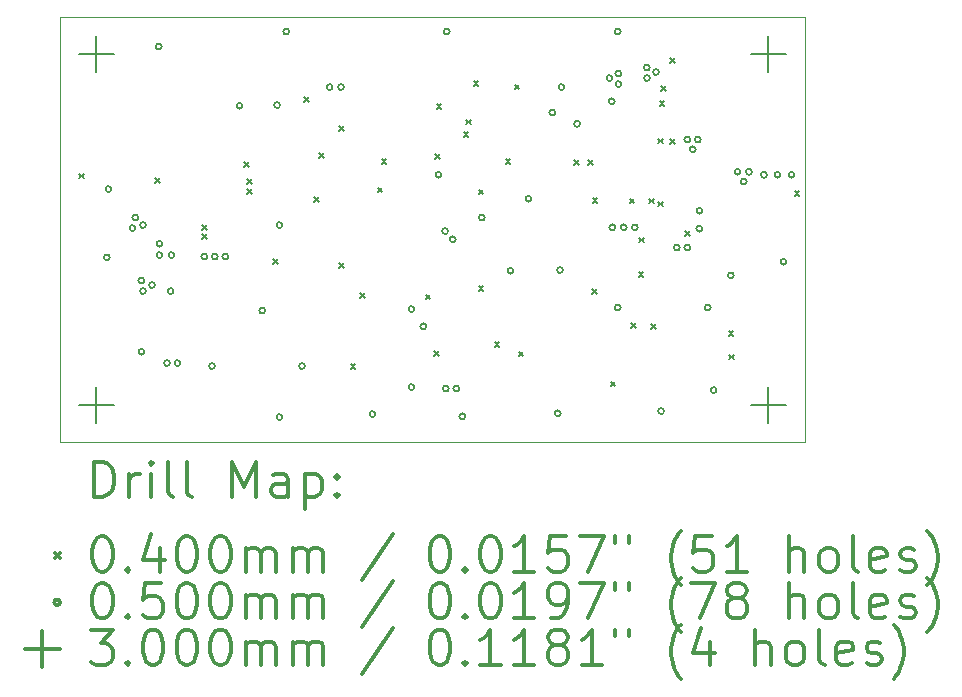
<source format=gbr>
%FSLAX45Y45*%
G04 Gerber Fmt 4.5, Leading zero omitted, Abs format (unit mm)*
G04 Created by KiCad (PCBNEW 5.1.10-88a1d61d58~88~ubuntu18.04.1) date 2021-10-01 18:12:47*
%MOMM*%
%LPD*%
G01*
G04 APERTURE LIST*
%TA.AperFunction,Profile*%
%ADD10C,0.050000*%
%TD*%
%ADD11C,0.200000*%
%ADD12C,0.300000*%
G04 APERTURE END LIST*
D10*
X11557310Y-12300360D02*
X17863510Y-12300360D01*
X17863510Y-12300360D02*
X17863510Y-8700360D01*
X17863510Y-8700360D02*
X11557310Y-8700360D01*
X11557310Y-8700360D02*
X11557310Y-12300360D01*
D11*
X11716070Y-10029510D02*
X11756070Y-10069510D01*
X11756070Y-10029510D02*
X11716070Y-10069510D01*
X12361230Y-10070150D02*
X12401230Y-10110150D01*
X12401230Y-10070150D02*
X12361230Y-10110150D01*
X12756200Y-10463850D02*
X12796200Y-10503850D01*
X12796200Y-10463850D02*
X12756200Y-10503850D01*
X12756200Y-10538780D02*
X12796200Y-10578780D01*
X12796200Y-10538780D02*
X12756200Y-10578780D01*
X13111800Y-9930450D02*
X13151800Y-9970450D01*
X13151800Y-9930450D02*
X13111800Y-9970450D01*
X13137200Y-10076500D02*
X13177200Y-10116500D01*
X13177200Y-10076500D02*
X13137200Y-10116500D01*
X13137200Y-10159050D02*
X13177200Y-10199050D01*
X13177200Y-10159050D02*
X13137200Y-10199050D01*
X13356910Y-10755950D02*
X13396910Y-10795950D01*
X13396910Y-10755950D02*
X13356910Y-10795950D01*
X13619800Y-9384350D02*
X13659800Y-9424350D01*
X13659800Y-9384350D02*
X13619800Y-9424350D01*
X13707430Y-10227630D02*
X13747430Y-10267630D01*
X13747430Y-10227630D02*
X13707430Y-10267630D01*
X13750610Y-9855520D02*
X13790610Y-9895520D01*
X13790610Y-9855520D02*
X13750610Y-9895520D01*
X13918250Y-9625650D02*
X13958250Y-9665650D01*
X13958250Y-9625650D02*
X13918250Y-9665650D01*
X13918250Y-10787700D02*
X13958250Y-10827700D01*
X13958250Y-10787700D02*
X13918250Y-10827700D01*
X14013500Y-11643680D02*
X14053500Y-11683680D01*
X14053500Y-11643680D02*
X14013500Y-11683680D01*
X14096050Y-11042970D02*
X14136050Y-11082970D01*
X14136050Y-11042970D02*
X14096050Y-11082970D01*
X14242100Y-10148636D02*
X14282100Y-10188636D01*
X14282100Y-10148636D02*
X14242100Y-10188636D01*
X14277660Y-9907590D02*
X14317660Y-9947590D01*
X14317660Y-9907590D02*
X14277660Y-9947590D01*
X14648500Y-11054400D02*
X14688500Y-11094400D01*
X14688500Y-11054400D02*
X14648500Y-11094400D01*
X14722160Y-11531920D02*
X14762160Y-11571920D01*
X14762160Y-11531920D02*
X14722160Y-11571920D01*
X14731558Y-9865680D02*
X14771558Y-9905680D01*
X14771558Y-9865680D02*
X14731558Y-9905680D01*
X14743750Y-9441500D02*
X14783750Y-9481500D01*
X14783750Y-9441500D02*
X14743750Y-9481500D01*
X14970780Y-9676450D02*
X15010780Y-9716450D01*
X15010780Y-9676450D02*
X14970780Y-9716450D01*
X14993432Y-9572056D02*
X15033432Y-9612056D01*
X15033432Y-9572056D02*
X14993432Y-9612056D01*
X15054900Y-9244650D02*
X15094900Y-9284650D01*
X15094900Y-9244650D02*
X15054900Y-9284650D01*
X15099350Y-10165400D02*
X15139350Y-10205400D01*
X15139350Y-10165400D02*
X15099350Y-10205400D01*
X15099350Y-10984550D02*
X15139350Y-11024550D01*
X15139350Y-10984550D02*
X15099350Y-11024550D01*
X15232700Y-11454450D02*
X15272700Y-11494450D01*
X15272700Y-11454450D02*
X15232700Y-11494450D01*
X15327950Y-9905050D02*
X15367950Y-9945050D01*
X15367950Y-9905050D02*
X15327950Y-9945050D01*
X15404150Y-9276400D02*
X15444150Y-9316400D01*
X15444150Y-9276400D02*
X15404150Y-9316400D01*
X15435900Y-11537000D02*
X15475900Y-11577000D01*
X15475900Y-11537000D02*
X15435900Y-11577000D01*
X15909610Y-9917750D02*
X15949610Y-9957750D01*
X15949610Y-9917750D02*
X15909610Y-9957750D01*
X16026450Y-9917750D02*
X16066450Y-9957750D01*
X16066450Y-9917750D02*
X16026450Y-9957750D01*
X16058200Y-11009950D02*
X16098200Y-11049950D01*
X16098200Y-11009950D02*
X16058200Y-11049950D01*
X16064296Y-10239568D02*
X16104296Y-10279568D01*
X16104296Y-10239568D02*
X16064296Y-10279568D01*
X16216950Y-11791000D02*
X16256950Y-11831000D01*
X16256950Y-11791000D02*
X16216950Y-11831000D01*
X16376716Y-10241600D02*
X16416716Y-10281600D01*
X16416716Y-10241600D02*
X16376716Y-10281600D01*
X16388400Y-11295700D02*
X16428400Y-11335700D01*
X16428400Y-11295700D02*
X16388400Y-11335700D01*
X16451900Y-10863900D02*
X16491900Y-10903900D01*
X16491900Y-10863900D02*
X16451900Y-10903900D01*
X16458250Y-10571800D02*
X16498250Y-10611800D01*
X16498250Y-10571800D02*
X16458250Y-10611800D01*
X16541816Y-10240584D02*
X16581816Y-10280584D01*
X16581816Y-10240584D02*
X16541816Y-10280584D01*
X16559850Y-11302050D02*
X16599850Y-11342050D01*
X16599850Y-11302050D02*
X16559850Y-11342050D01*
X16615476Y-10266492D02*
X16655476Y-10306492D01*
X16655476Y-10266492D02*
X16615476Y-10306492D01*
X16616492Y-9732076D02*
X16656492Y-9772076D01*
X16656492Y-9732076D02*
X16616492Y-9772076D01*
X16629700Y-9416100D02*
X16669700Y-9456100D01*
X16669700Y-9416100D02*
X16629700Y-9456100D01*
X16642400Y-9289100D02*
X16682400Y-9329100D01*
X16682400Y-9289100D02*
X16642400Y-9329100D01*
X16718600Y-9739950D02*
X16758600Y-9779950D01*
X16758600Y-9739950D02*
X16718600Y-9779950D01*
X16719870Y-9049070D02*
X16759870Y-9089070D01*
X16759870Y-9049070D02*
X16719870Y-9089070D01*
X16845600Y-10514650D02*
X16885600Y-10554650D01*
X16885600Y-10514650D02*
X16845600Y-10554650D01*
X17213900Y-11365550D02*
X17253900Y-11405550D01*
X17253900Y-11365550D02*
X17213900Y-11405550D01*
X17220250Y-11562400D02*
X17260250Y-11602400D01*
X17260250Y-11562400D02*
X17220250Y-11602400D01*
X17773208Y-10174544D02*
X17813208Y-10214544D01*
X17813208Y-10174544D02*
X17773208Y-10214544D01*
X11975700Y-10737850D02*
G75*
G03*
X11975700Y-10737850I-25000J0D01*
G01*
X11988400Y-10160000D02*
G75*
G03*
X11988400Y-10160000I-25000J0D01*
G01*
X12191600Y-10490200D02*
G75*
G03*
X12191600Y-10490200I-25000J0D01*
G01*
X12217000Y-10401300D02*
G75*
G03*
X12217000Y-10401300I-25000J0D01*
G01*
X12267800Y-10934500D02*
G75*
G03*
X12267800Y-10934500I-25000J0D01*
G01*
X12267800Y-11537950D02*
G75*
G03*
X12267800Y-11537950I-25000J0D01*
G01*
X12280500Y-10464800D02*
G75*
G03*
X12280500Y-10464800I-25000J0D01*
G01*
X12280500Y-11023600D02*
G75*
G03*
X12280500Y-11023600I-25000J0D01*
G01*
X12356700Y-10972800D02*
G75*
G03*
X12356700Y-10972800I-25000J0D01*
G01*
X12413850Y-8953500D02*
G75*
G03*
X12413850Y-8953500I-25000J0D01*
G01*
X12420200Y-10623550D02*
G75*
G03*
X12420200Y-10623550I-25000J0D01*
G01*
X12420200Y-10718800D02*
G75*
G03*
X12420200Y-10718800I-25000J0D01*
G01*
X12483700Y-11633200D02*
G75*
G03*
X12483700Y-11633200I-25000J0D01*
G01*
X12515450Y-11023600D02*
G75*
G03*
X12515450Y-11023600I-25000J0D01*
G01*
X12521800Y-10718800D02*
G75*
G03*
X12521800Y-10718800I-25000J0D01*
G01*
X12572600Y-11633200D02*
G75*
G03*
X12572600Y-11633200I-25000J0D01*
G01*
X12801200Y-10731500D02*
G75*
G03*
X12801200Y-10731500I-25000J0D01*
G01*
X12864700Y-11658600D02*
G75*
G03*
X12864700Y-11658600I-25000J0D01*
G01*
X12890100Y-10731500D02*
G75*
G03*
X12890100Y-10731500I-25000J0D01*
G01*
X12979000Y-10731500D02*
G75*
G03*
X12979000Y-10731500I-25000J0D01*
G01*
X13099650Y-9455150D02*
G75*
G03*
X13099650Y-9455150I-25000J0D01*
G01*
X13290150Y-11188700D02*
G75*
G03*
X13290150Y-11188700I-25000J0D01*
G01*
X13417150Y-9448800D02*
G75*
G03*
X13417150Y-9448800I-25000J0D01*
G01*
X13436200Y-10464800D02*
G75*
G03*
X13436200Y-10464800I-25000J0D01*
G01*
X13436200Y-12090400D02*
G75*
G03*
X13436200Y-12090400I-25000J0D01*
G01*
X13493350Y-8826500D02*
G75*
G03*
X13493350Y-8826500I-25000J0D01*
G01*
X13626700Y-11658600D02*
G75*
G03*
X13626700Y-11658600I-25000J0D01*
G01*
X13861650Y-9296400D02*
G75*
G03*
X13861650Y-9296400I-25000J0D01*
G01*
X13956900Y-9296400D02*
G75*
G03*
X13956900Y-9296400I-25000J0D01*
G01*
X14223600Y-12065000D02*
G75*
G03*
X14223600Y-12065000I-25000J0D01*
G01*
X14553800Y-11176000D02*
G75*
G03*
X14553800Y-11176000I-25000J0D01*
G01*
X14553800Y-11836400D02*
G75*
G03*
X14553800Y-11836400I-25000J0D01*
G01*
X14655400Y-11322050D02*
G75*
G03*
X14655400Y-11322050I-25000J0D01*
G01*
X14782400Y-10039350D02*
G75*
G03*
X14782400Y-10039350I-25000J0D01*
G01*
X14839550Y-10515600D02*
G75*
G03*
X14839550Y-10515600I-25000J0D01*
G01*
X14845900Y-11849100D02*
G75*
G03*
X14845900Y-11849100I-25000J0D01*
G01*
X14852250Y-8826500D02*
G75*
G03*
X14852250Y-8826500I-25000J0D01*
G01*
X14903050Y-10585450D02*
G75*
G03*
X14903050Y-10585450I-25000J0D01*
G01*
X14934800Y-11849100D02*
G75*
G03*
X14934800Y-11849100I-25000J0D01*
G01*
X14985600Y-12084050D02*
G75*
G03*
X14985600Y-12084050I-25000J0D01*
G01*
X15150700Y-10401300D02*
G75*
G03*
X15150700Y-10401300I-25000J0D01*
G01*
X15392000Y-10852150D02*
G75*
G03*
X15392000Y-10852150I-25000J0D01*
G01*
X15544400Y-10242550D02*
G75*
G03*
X15544400Y-10242550I-25000J0D01*
G01*
X15747600Y-9512300D02*
G75*
G03*
X15747600Y-9512300I-25000J0D01*
G01*
X15792050Y-12058650D02*
G75*
G03*
X15792050Y-12058650I-25000J0D01*
G01*
X15811100Y-10845800D02*
G75*
G03*
X15811100Y-10845800I-25000J0D01*
G01*
X15823800Y-9296400D02*
G75*
G03*
X15823800Y-9296400I-25000J0D01*
G01*
X15957150Y-9607550D02*
G75*
G03*
X15957150Y-9607550I-25000J0D01*
G01*
X16230200Y-9220200D02*
G75*
G03*
X16230200Y-9220200I-25000J0D01*
G01*
X16249250Y-9417050D02*
G75*
G03*
X16249250Y-9417050I-25000J0D01*
G01*
X16255600Y-10483850D02*
G75*
G03*
X16255600Y-10483850I-25000J0D01*
G01*
X16300050Y-8826500D02*
G75*
G03*
X16300050Y-8826500I-25000J0D01*
G01*
X16300050Y-11163300D02*
G75*
G03*
X16300050Y-11163300I-25000J0D01*
G01*
X16306400Y-9182100D02*
G75*
G03*
X16306400Y-9182100I-25000J0D01*
G01*
X16306400Y-9271000D02*
G75*
G03*
X16306400Y-9271000I-25000J0D01*
G01*
X16350850Y-10483850D02*
G75*
G03*
X16350850Y-10483850I-25000J0D01*
G01*
X16446100Y-10483850D02*
G75*
G03*
X16446100Y-10483850I-25000J0D01*
G01*
X16547700Y-9131300D02*
G75*
G03*
X16547700Y-9131300I-25000J0D01*
G01*
X16547700Y-9220200D02*
G75*
G03*
X16547700Y-9220200I-25000J0D01*
G01*
X16623900Y-9169400D02*
G75*
G03*
X16623900Y-9169400I-25000J0D01*
G01*
X16668350Y-12039600D02*
G75*
G03*
X16668350Y-12039600I-25000J0D01*
G01*
X16801700Y-10655300D02*
G75*
G03*
X16801700Y-10655300I-25000J0D01*
G01*
X16890600Y-9740900D02*
G75*
G03*
X16890600Y-9740900I-25000J0D01*
G01*
X16890600Y-10655300D02*
G75*
G03*
X16890600Y-10655300I-25000J0D01*
G01*
X16935050Y-9823450D02*
G75*
G03*
X16935050Y-9823450I-25000J0D01*
G01*
X16979500Y-9740900D02*
G75*
G03*
X16979500Y-9740900I-25000J0D01*
G01*
X16992200Y-10344150D02*
G75*
G03*
X16992200Y-10344150I-25000J0D01*
G01*
X16992200Y-10495280D02*
G75*
G03*
X16992200Y-10495280I-25000J0D01*
G01*
X17062050Y-11163300D02*
G75*
G03*
X17062050Y-11163300I-25000J0D01*
G01*
X17112850Y-11861800D02*
G75*
G03*
X17112850Y-11861800I-25000J0D01*
G01*
X17258900Y-10890250D02*
G75*
G03*
X17258900Y-10890250I-25000J0D01*
G01*
X17316050Y-10013950D02*
G75*
G03*
X17316050Y-10013950I-25000J0D01*
G01*
X17366850Y-10096500D02*
G75*
G03*
X17366850Y-10096500I-25000J0D01*
G01*
X17411300Y-10013950D02*
G75*
G03*
X17411300Y-10013950I-25000J0D01*
G01*
X17538300Y-10039350D02*
G75*
G03*
X17538300Y-10039350I-25000J0D01*
G01*
X17652600Y-10039350D02*
G75*
G03*
X17652600Y-10039350I-25000J0D01*
G01*
X17703400Y-10775950D02*
G75*
G03*
X17703400Y-10775950I-25000J0D01*
G01*
X17773250Y-10039350D02*
G75*
G03*
X17773250Y-10039350I-25000J0D01*
G01*
X11861800Y-8867000D02*
X11861800Y-9167000D01*
X11711800Y-9017000D02*
X12011800Y-9017000D01*
X11861800Y-11838800D02*
X11861800Y-12138800D01*
X11711800Y-11988800D02*
X12011800Y-11988800D01*
X17551400Y-8867000D02*
X17551400Y-9167000D01*
X17401400Y-9017000D02*
X17701400Y-9017000D01*
X17551400Y-11838800D02*
X17551400Y-12138800D01*
X17401400Y-11988800D02*
X17701400Y-11988800D01*
D12*
X11841238Y-12768574D02*
X11841238Y-12468574D01*
X11912667Y-12468574D01*
X11955524Y-12482860D01*
X11984096Y-12511431D01*
X11998381Y-12540003D01*
X12012667Y-12597146D01*
X12012667Y-12640003D01*
X11998381Y-12697146D01*
X11984096Y-12725717D01*
X11955524Y-12754289D01*
X11912667Y-12768574D01*
X11841238Y-12768574D01*
X12141238Y-12768574D02*
X12141238Y-12568574D01*
X12141238Y-12625717D02*
X12155524Y-12597146D01*
X12169810Y-12582860D01*
X12198381Y-12568574D01*
X12226953Y-12568574D01*
X12326953Y-12768574D02*
X12326953Y-12568574D01*
X12326953Y-12468574D02*
X12312667Y-12482860D01*
X12326953Y-12497146D01*
X12341238Y-12482860D01*
X12326953Y-12468574D01*
X12326953Y-12497146D01*
X12512667Y-12768574D02*
X12484096Y-12754289D01*
X12469810Y-12725717D01*
X12469810Y-12468574D01*
X12669810Y-12768574D02*
X12641238Y-12754289D01*
X12626953Y-12725717D01*
X12626953Y-12468574D01*
X13012667Y-12768574D02*
X13012667Y-12468574D01*
X13112667Y-12682860D01*
X13212667Y-12468574D01*
X13212667Y-12768574D01*
X13484096Y-12768574D02*
X13484096Y-12611431D01*
X13469810Y-12582860D01*
X13441238Y-12568574D01*
X13384096Y-12568574D01*
X13355524Y-12582860D01*
X13484096Y-12754289D02*
X13455524Y-12768574D01*
X13384096Y-12768574D01*
X13355524Y-12754289D01*
X13341238Y-12725717D01*
X13341238Y-12697146D01*
X13355524Y-12668574D01*
X13384096Y-12654289D01*
X13455524Y-12654289D01*
X13484096Y-12640003D01*
X13626953Y-12568574D02*
X13626953Y-12868574D01*
X13626953Y-12582860D02*
X13655524Y-12568574D01*
X13712667Y-12568574D01*
X13741238Y-12582860D01*
X13755524Y-12597146D01*
X13769810Y-12625717D01*
X13769810Y-12711431D01*
X13755524Y-12740003D01*
X13741238Y-12754289D01*
X13712667Y-12768574D01*
X13655524Y-12768574D01*
X13626953Y-12754289D01*
X13898381Y-12740003D02*
X13912667Y-12754289D01*
X13898381Y-12768574D01*
X13884096Y-12754289D01*
X13898381Y-12740003D01*
X13898381Y-12768574D01*
X13898381Y-12582860D02*
X13912667Y-12597146D01*
X13898381Y-12611431D01*
X13884096Y-12597146D01*
X13898381Y-12582860D01*
X13898381Y-12611431D01*
X11514810Y-13242860D02*
X11554810Y-13282860D01*
X11554810Y-13242860D02*
X11514810Y-13282860D01*
X11898381Y-13098574D02*
X11926953Y-13098574D01*
X11955524Y-13112860D01*
X11969810Y-13127146D01*
X11984096Y-13155717D01*
X11998381Y-13212860D01*
X11998381Y-13284289D01*
X11984096Y-13341431D01*
X11969810Y-13370003D01*
X11955524Y-13384289D01*
X11926953Y-13398574D01*
X11898381Y-13398574D01*
X11869810Y-13384289D01*
X11855524Y-13370003D01*
X11841238Y-13341431D01*
X11826953Y-13284289D01*
X11826953Y-13212860D01*
X11841238Y-13155717D01*
X11855524Y-13127146D01*
X11869810Y-13112860D01*
X11898381Y-13098574D01*
X12126953Y-13370003D02*
X12141238Y-13384289D01*
X12126953Y-13398574D01*
X12112667Y-13384289D01*
X12126953Y-13370003D01*
X12126953Y-13398574D01*
X12398381Y-13198574D02*
X12398381Y-13398574D01*
X12326953Y-13084289D02*
X12255524Y-13298574D01*
X12441238Y-13298574D01*
X12612667Y-13098574D02*
X12641238Y-13098574D01*
X12669810Y-13112860D01*
X12684096Y-13127146D01*
X12698381Y-13155717D01*
X12712667Y-13212860D01*
X12712667Y-13284289D01*
X12698381Y-13341431D01*
X12684096Y-13370003D01*
X12669810Y-13384289D01*
X12641238Y-13398574D01*
X12612667Y-13398574D01*
X12584096Y-13384289D01*
X12569810Y-13370003D01*
X12555524Y-13341431D01*
X12541238Y-13284289D01*
X12541238Y-13212860D01*
X12555524Y-13155717D01*
X12569810Y-13127146D01*
X12584096Y-13112860D01*
X12612667Y-13098574D01*
X12898381Y-13098574D02*
X12926953Y-13098574D01*
X12955524Y-13112860D01*
X12969810Y-13127146D01*
X12984096Y-13155717D01*
X12998381Y-13212860D01*
X12998381Y-13284289D01*
X12984096Y-13341431D01*
X12969810Y-13370003D01*
X12955524Y-13384289D01*
X12926953Y-13398574D01*
X12898381Y-13398574D01*
X12869810Y-13384289D01*
X12855524Y-13370003D01*
X12841238Y-13341431D01*
X12826953Y-13284289D01*
X12826953Y-13212860D01*
X12841238Y-13155717D01*
X12855524Y-13127146D01*
X12869810Y-13112860D01*
X12898381Y-13098574D01*
X13126953Y-13398574D02*
X13126953Y-13198574D01*
X13126953Y-13227146D02*
X13141238Y-13212860D01*
X13169810Y-13198574D01*
X13212667Y-13198574D01*
X13241238Y-13212860D01*
X13255524Y-13241431D01*
X13255524Y-13398574D01*
X13255524Y-13241431D02*
X13269810Y-13212860D01*
X13298381Y-13198574D01*
X13341238Y-13198574D01*
X13369810Y-13212860D01*
X13384096Y-13241431D01*
X13384096Y-13398574D01*
X13526953Y-13398574D02*
X13526953Y-13198574D01*
X13526953Y-13227146D02*
X13541238Y-13212860D01*
X13569810Y-13198574D01*
X13612667Y-13198574D01*
X13641238Y-13212860D01*
X13655524Y-13241431D01*
X13655524Y-13398574D01*
X13655524Y-13241431D02*
X13669810Y-13212860D01*
X13698381Y-13198574D01*
X13741238Y-13198574D01*
X13769810Y-13212860D01*
X13784096Y-13241431D01*
X13784096Y-13398574D01*
X14369810Y-13084289D02*
X14112667Y-13470003D01*
X14755524Y-13098574D02*
X14784096Y-13098574D01*
X14812667Y-13112860D01*
X14826953Y-13127146D01*
X14841238Y-13155717D01*
X14855524Y-13212860D01*
X14855524Y-13284289D01*
X14841238Y-13341431D01*
X14826953Y-13370003D01*
X14812667Y-13384289D01*
X14784096Y-13398574D01*
X14755524Y-13398574D01*
X14726953Y-13384289D01*
X14712667Y-13370003D01*
X14698381Y-13341431D01*
X14684096Y-13284289D01*
X14684096Y-13212860D01*
X14698381Y-13155717D01*
X14712667Y-13127146D01*
X14726953Y-13112860D01*
X14755524Y-13098574D01*
X14984096Y-13370003D02*
X14998381Y-13384289D01*
X14984096Y-13398574D01*
X14969810Y-13384289D01*
X14984096Y-13370003D01*
X14984096Y-13398574D01*
X15184096Y-13098574D02*
X15212667Y-13098574D01*
X15241238Y-13112860D01*
X15255524Y-13127146D01*
X15269810Y-13155717D01*
X15284096Y-13212860D01*
X15284096Y-13284289D01*
X15269810Y-13341431D01*
X15255524Y-13370003D01*
X15241238Y-13384289D01*
X15212667Y-13398574D01*
X15184096Y-13398574D01*
X15155524Y-13384289D01*
X15141238Y-13370003D01*
X15126953Y-13341431D01*
X15112667Y-13284289D01*
X15112667Y-13212860D01*
X15126953Y-13155717D01*
X15141238Y-13127146D01*
X15155524Y-13112860D01*
X15184096Y-13098574D01*
X15569810Y-13398574D02*
X15398381Y-13398574D01*
X15484096Y-13398574D02*
X15484096Y-13098574D01*
X15455524Y-13141431D01*
X15426953Y-13170003D01*
X15398381Y-13184289D01*
X15841238Y-13098574D02*
X15698381Y-13098574D01*
X15684096Y-13241431D01*
X15698381Y-13227146D01*
X15726953Y-13212860D01*
X15798381Y-13212860D01*
X15826953Y-13227146D01*
X15841238Y-13241431D01*
X15855524Y-13270003D01*
X15855524Y-13341431D01*
X15841238Y-13370003D01*
X15826953Y-13384289D01*
X15798381Y-13398574D01*
X15726953Y-13398574D01*
X15698381Y-13384289D01*
X15684096Y-13370003D01*
X15955524Y-13098574D02*
X16155524Y-13098574D01*
X16026953Y-13398574D01*
X16255524Y-13098574D02*
X16255524Y-13155717D01*
X16369810Y-13098574D02*
X16369810Y-13155717D01*
X16812667Y-13512860D02*
X16798381Y-13498574D01*
X16769810Y-13455717D01*
X16755524Y-13427146D01*
X16741238Y-13384289D01*
X16726953Y-13312860D01*
X16726953Y-13255717D01*
X16741238Y-13184289D01*
X16755524Y-13141431D01*
X16769810Y-13112860D01*
X16798381Y-13070003D01*
X16812667Y-13055717D01*
X17069810Y-13098574D02*
X16926953Y-13098574D01*
X16912667Y-13241431D01*
X16926953Y-13227146D01*
X16955524Y-13212860D01*
X17026953Y-13212860D01*
X17055524Y-13227146D01*
X17069810Y-13241431D01*
X17084096Y-13270003D01*
X17084096Y-13341431D01*
X17069810Y-13370003D01*
X17055524Y-13384289D01*
X17026953Y-13398574D01*
X16955524Y-13398574D01*
X16926953Y-13384289D01*
X16912667Y-13370003D01*
X17369810Y-13398574D02*
X17198381Y-13398574D01*
X17284096Y-13398574D02*
X17284096Y-13098574D01*
X17255524Y-13141431D01*
X17226953Y-13170003D01*
X17198381Y-13184289D01*
X17726953Y-13398574D02*
X17726953Y-13098574D01*
X17855524Y-13398574D02*
X17855524Y-13241431D01*
X17841238Y-13212860D01*
X17812667Y-13198574D01*
X17769810Y-13198574D01*
X17741238Y-13212860D01*
X17726953Y-13227146D01*
X18041238Y-13398574D02*
X18012667Y-13384289D01*
X17998381Y-13370003D01*
X17984096Y-13341431D01*
X17984096Y-13255717D01*
X17998381Y-13227146D01*
X18012667Y-13212860D01*
X18041238Y-13198574D01*
X18084096Y-13198574D01*
X18112667Y-13212860D01*
X18126953Y-13227146D01*
X18141238Y-13255717D01*
X18141238Y-13341431D01*
X18126953Y-13370003D01*
X18112667Y-13384289D01*
X18084096Y-13398574D01*
X18041238Y-13398574D01*
X18312667Y-13398574D02*
X18284096Y-13384289D01*
X18269810Y-13355717D01*
X18269810Y-13098574D01*
X18541238Y-13384289D02*
X18512667Y-13398574D01*
X18455524Y-13398574D01*
X18426953Y-13384289D01*
X18412667Y-13355717D01*
X18412667Y-13241431D01*
X18426953Y-13212860D01*
X18455524Y-13198574D01*
X18512667Y-13198574D01*
X18541238Y-13212860D01*
X18555524Y-13241431D01*
X18555524Y-13270003D01*
X18412667Y-13298574D01*
X18669810Y-13384289D02*
X18698381Y-13398574D01*
X18755524Y-13398574D01*
X18784096Y-13384289D01*
X18798381Y-13355717D01*
X18798381Y-13341431D01*
X18784096Y-13312860D01*
X18755524Y-13298574D01*
X18712667Y-13298574D01*
X18684096Y-13284289D01*
X18669810Y-13255717D01*
X18669810Y-13241431D01*
X18684096Y-13212860D01*
X18712667Y-13198574D01*
X18755524Y-13198574D01*
X18784096Y-13212860D01*
X18898381Y-13512860D02*
X18912667Y-13498574D01*
X18941238Y-13455717D01*
X18955524Y-13427146D01*
X18969810Y-13384289D01*
X18984096Y-13312860D01*
X18984096Y-13255717D01*
X18969810Y-13184289D01*
X18955524Y-13141431D01*
X18941238Y-13112860D01*
X18912667Y-13070003D01*
X18898381Y-13055717D01*
X11554810Y-13658860D02*
G75*
G03*
X11554810Y-13658860I-25000J0D01*
G01*
X11898381Y-13494574D02*
X11926953Y-13494574D01*
X11955524Y-13508860D01*
X11969810Y-13523146D01*
X11984096Y-13551717D01*
X11998381Y-13608860D01*
X11998381Y-13680289D01*
X11984096Y-13737431D01*
X11969810Y-13766003D01*
X11955524Y-13780289D01*
X11926953Y-13794574D01*
X11898381Y-13794574D01*
X11869810Y-13780289D01*
X11855524Y-13766003D01*
X11841238Y-13737431D01*
X11826953Y-13680289D01*
X11826953Y-13608860D01*
X11841238Y-13551717D01*
X11855524Y-13523146D01*
X11869810Y-13508860D01*
X11898381Y-13494574D01*
X12126953Y-13766003D02*
X12141238Y-13780289D01*
X12126953Y-13794574D01*
X12112667Y-13780289D01*
X12126953Y-13766003D01*
X12126953Y-13794574D01*
X12412667Y-13494574D02*
X12269810Y-13494574D01*
X12255524Y-13637431D01*
X12269810Y-13623146D01*
X12298381Y-13608860D01*
X12369810Y-13608860D01*
X12398381Y-13623146D01*
X12412667Y-13637431D01*
X12426953Y-13666003D01*
X12426953Y-13737431D01*
X12412667Y-13766003D01*
X12398381Y-13780289D01*
X12369810Y-13794574D01*
X12298381Y-13794574D01*
X12269810Y-13780289D01*
X12255524Y-13766003D01*
X12612667Y-13494574D02*
X12641238Y-13494574D01*
X12669810Y-13508860D01*
X12684096Y-13523146D01*
X12698381Y-13551717D01*
X12712667Y-13608860D01*
X12712667Y-13680289D01*
X12698381Y-13737431D01*
X12684096Y-13766003D01*
X12669810Y-13780289D01*
X12641238Y-13794574D01*
X12612667Y-13794574D01*
X12584096Y-13780289D01*
X12569810Y-13766003D01*
X12555524Y-13737431D01*
X12541238Y-13680289D01*
X12541238Y-13608860D01*
X12555524Y-13551717D01*
X12569810Y-13523146D01*
X12584096Y-13508860D01*
X12612667Y-13494574D01*
X12898381Y-13494574D02*
X12926953Y-13494574D01*
X12955524Y-13508860D01*
X12969810Y-13523146D01*
X12984096Y-13551717D01*
X12998381Y-13608860D01*
X12998381Y-13680289D01*
X12984096Y-13737431D01*
X12969810Y-13766003D01*
X12955524Y-13780289D01*
X12926953Y-13794574D01*
X12898381Y-13794574D01*
X12869810Y-13780289D01*
X12855524Y-13766003D01*
X12841238Y-13737431D01*
X12826953Y-13680289D01*
X12826953Y-13608860D01*
X12841238Y-13551717D01*
X12855524Y-13523146D01*
X12869810Y-13508860D01*
X12898381Y-13494574D01*
X13126953Y-13794574D02*
X13126953Y-13594574D01*
X13126953Y-13623146D02*
X13141238Y-13608860D01*
X13169810Y-13594574D01*
X13212667Y-13594574D01*
X13241238Y-13608860D01*
X13255524Y-13637431D01*
X13255524Y-13794574D01*
X13255524Y-13637431D02*
X13269810Y-13608860D01*
X13298381Y-13594574D01*
X13341238Y-13594574D01*
X13369810Y-13608860D01*
X13384096Y-13637431D01*
X13384096Y-13794574D01*
X13526953Y-13794574D02*
X13526953Y-13594574D01*
X13526953Y-13623146D02*
X13541238Y-13608860D01*
X13569810Y-13594574D01*
X13612667Y-13594574D01*
X13641238Y-13608860D01*
X13655524Y-13637431D01*
X13655524Y-13794574D01*
X13655524Y-13637431D02*
X13669810Y-13608860D01*
X13698381Y-13594574D01*
X13741238Y-13594574D01*
X13769810Y-13608860D01*
X13784096Y-13637431D01*
X13784096Y-13794574D01*
X14369810Y-13480289D02*
X14112667Y-13866003D01*
X14755524Y-13494574D02*
X14784096Y-13494574D01*
X14812667Y-13508860D01*
X14826953Y-13523146D01*
X14841238Y-13551717D01*
X14855524Y-13608860D01*
X14855524Y-13680289D01*
X14841238Y-13737431D01*
X14826953Y-13766003D01*
X14812667Y-13780289D01*
X14784096Y-13794574D01*
X14755524Y-13794574D01*
X14726953Y-13780289D01*
X14712667Y-13766003D01*
X14698381Y-13737431D01*
X14684096Y-13680289D01*
X14684096Y-13608860D01*
X14698381Y-13551717D01*
X14712667Y-13523146D01*
X14726953Y-13508860D01*
X14755524Y-13494574D01*
X14984096Y-13766003D02*
X14998381Y-13780289D01*
X14984096Y-13794574D01*
X14969810Y-13780289D01*
X14984096Y-13766003D01*
X14984096Y-13794574D01*
X15184096Y-13494574D02*
X15212667Y-13494574D01*
X15241238Y-13508860D01*
X15255524Y-13523146D01*
X15269810Y-13551717D01*
X15284096Y-13608860D01*
X15284096Y-13680289D01*
X15269810Y-13737431D01*
X15255524Y-13766003D01*
X15241238Y-13780289D01*
X15212667Y-13794574D01*
X15184096Y-13794574D01*
X15155524Y-13780289D01*
X15141238Y-13766003D01*
X15126953Y-13737431D01*
X15112667Y-13680289D01*
X15112667Y-13608860D01*
X15126953Y-13551717D01*
X15141238Y-13523146D01*
X15155524Y-13508860D01*
X15184096Y-13494574D01*
X15569810Y-13794574D02*
X15398381Y-13794574D01*
X15484096Y-13794574D02*
X15484096Y-13494574D01*
X15455524Y-13537431D01*
X15426953Y-13566003D01*
X15398381Y-13580289D01*
X15712667Y-13794574D02*
X15769810Y-13794574D01*
X15798381Y-13780289D01*
X15812667Y-13766003D01*
X15841238Y-13723146D01*
X15855524Y-13666003D01*
X15855524Y-13551717D01*
X15841238Y-13523146D01*
X15826953Y-13508860D01*
X15798381Y-13494574D01*
X15741238Y-13494574D01*
X15712667Y-13508860D01*
X15698381Y-13523146D01*
X15684096Y-13551717D01*
X15684096Y-13623146D01*
X15698381Y-13651717D01*
X15712667Y-13666003D01*
X15741238Y-13680289D01*
X15798381Y-13680289D01*
X15826953Y-13666003D01*
X15841238Y-13651717D01*
X15855524Y-13623146D01*
X15955524Y-13494574D02*
X16155524Y-13494574D01*
X16026953Y-13794574D01*
X16255524Y-13494574D02*
X16255524Y-13551717D01*
X16369810Y-13494574D02*
X16369810Y-13551717D01*
X16812667Y-13908860D02*
X16798381Y-13894574D01*
X16769810Y-13851717D01*
X16755524Y-13823146D01*
X16741238Y-13780289D01*
X16726953Y-13708860D01*
X16726953Y-13651717D01*
X16741238Y-13580289D01*
X16755524Y-13537431D01*
X16769810Y-13508860D01*
X16798381Y-13466003D01*
X16812667Y-13451717D01*
X16898381Y-13494574D02*
X17098381Y-13494574D01*
X16969810Y-13794574D01*
X17255524Y-13623146D02*
X17226953Y-13608860D01*
X17212667Y-13594574D01*
X17198381Y-13566003D01*
X17198381Y-13551717D01*
X17212667Y-13523146D01*
X17226953Y-13508860D01*
X17255524Y-13494574D01*
X17312667Y-13494574D01*
X17341238Y-13508860D01*
X17355524Y-13523146D01*
X17369810Y-13551717D01*
X17369810Y-13566003D01*
X17355524Y-13594574D01*
X17341238Y-13608860D01*
X17312667Y-13623146D01*
X17255524Y-13623146D01*
X17226953Y-13637431D01*
X17212667Y-13651717D01*
X17198381Y-13680289D01*
X17198381Y-13737431D01*
X17212667Y-13766003D01*
X17226953Y-13780289D01*
X17255524Y-13794574D01*
X17312667Y-13794574D01*
X17341238Y-13780289D01*
X17355524Y-13766003D01*
X17369810Y-13737431D01*
X17369810Y-13680289D01*
X17355524Y-13651717D01*
X17341238Y-13637431D01*
X17312667Y-13623146D01*
X17726953Y-13794574D02*
X17726953Y-13494574D01*
X17855524Y-13794574D02*
X17855524Y-13637431D01*
X17841238Y-13608860D01*
X17812667Y-13594574D01*
X17769810Y-13594574D01*
X17741238Y-13608860D01*
X17726953Y-13623146D01*
X18041238Y-13794574D02*
X18012667Y-13780289D01*
X17998381Y-13766003D01*
X17984096Y-13737431D01*
X17984096Y-13651717D01*
X17998381Y-13623146D01*
X18012667Y-13608860D01*
X18041238Y-13594574D01*
X18084096Y-13594574D01*
X18112667Y-13608860D01*
X18126953Y-13623146D01*
X18141238Y-13651717D01*
X18141238Y-13737431D01*
X18126953Y-13766003D01*
X18112667Y-13780289D01*
X18084096Y-13794574D01*
X18041238Y-13794574D01*
X18312667Y-13794574D02*
X18284096Y-13780289D01*
X18269810Y-13751717D01*
X18269810Y-13494574D01*
X18541238Y-13780289D02*
X18512667Y-13794574D01*
X18455524Y-13794574D01*
X18426953Y-13780289D01*
X18412667Y-13751717D01*
X18412667Y-13637431D01*
X18426953Y-13608860D01*
X18455524Y-13594574D01*
X18512667Y-13594574D01*
X18541238Y-13608860D01*
X18555524Y-13637431D01*
X18555524Y-13666003D01*
X18412667Y-13694574D01*
X18669810Y-13780289D02*
X18698381Y-13794574D01*
X18755524Y-13794574D01*
X18784096Y-13780289D01*
X18798381Y-13751717D01*
X18798381Y-13737431D01*
X18784096Y-13708860D01*
X18755524Y-13694574D01*
X18712667Y-13694574D01*
X18684096Y-13680289D01*
X18669810Y-13651717D01*
X18669810Y-13637431D01*
X18684096Y-13608860D01*
X18712667Y-13594574D01*
X18755524Y-13594574D01*
X18784096Y-13608860D01*
X18898381Y-13908860D02*
X18912667Y-13894574D01*
X18941238Y-13851717D01*
X18955524Y-13823146D01*
X18969810Y-13780289D01*
X18984096Y-13708860D01*
X18984096Y-13651717D01*
X18969810Y-13580289D01*
X18955524Y-13537431D01*
X18941238Y-13508860D01*
X18912667Y-13466003D01*
X18898381Y-13451717D01*
X11404810Y-13904860D02*
X11404810Y-14204860D01*
X11254810Y-14054860D02*
X11554810Y-14054860D01*
X11812667Y-13890574D02*
X11998381Y-13890574D01*
X11898381Y-14004860D01*
X11941238Y-14004860D01*
X11969810Y-14019146D01*
X11984096Y-14033431D01*
X11998381Y-14062003D01*
X11998381Y-14133431D01*
X11984096Y-14162003D01*
X11969810Y-14176289D01*
X11941238Y-14190574D01*
X11855524Y-14190574D01*
X11826953Y-14176289D01*
X11812667Y-14162003D01*
X12126953Y-14162003D02*
X12141238Y-14176289D01*
X12126953Y-14190574D01*
X12112667Y-14176289D01*
X12126953Y-14162003D01*
X12126953Y-14190574D01*
X12326953Y-13890574D02*
X12355524Y-13890574D01*
X12384096Y-13904860D01*
X12398381Y-13919146D01*
X12412667Y-13947717D01*
X12426953Y-14004860D01*
X12426953Y-14076289D01*
X12412667Y-14133431D01*
X12398381Y-14162003D01*
X12384096Y-14176289D01*
X12355524Y-14190574D01*
X12326953Y-14190574D01*
X12298381Y-14176289D01*
X12284096Y-14162003D01*
X12269810Y-14133431D01*
X12255524Y-14076289D01*
X12255524Y-14004860D01*
X12269810Y-13947717D01*
X12284096Y-13919146D01*
X12298381Y-13904860D01*
X12326953Y-13890574D01*
X12612667Y-13890574D02*
X12641238Y-13890574D01*
X12669810Y-13904860D01*
X12684096Y-13919146D01*
X12698381Y-13947717D01*
X12712667Y-14004860D01*
X12712667Y-14076289D01*
X12698381Y-14133431D01*
X12684096Y-14162003D01*
X12669810Y-14176289D01*
X12641238Y-14190574D01*
X12612667Y-14190574D01*
X12584096Y-14176289D01*
X12569810Y-14162003D01*
X12555524Y-14133431D01*
X12541238Y-14076289D01*
X12541238Y-14004860D01*
X12555524Y-13947717D01*
X12569810Y-13919146D01*
X12584096Y-13904860D01*
X12612667Y-13890574D01*
X12898381Y-13890574D02*
X12926953Y-13890574D01*
X12955524Y-13904860D01*
X12969810Y-13919146D01*
X12984096Y-13947717D01*
X12998381Y-14004860D01*
X12998381Y-14076289D01*
X12984096Y-14133431D01*
X12969810Y-14162003D01*
X12955524Y-14176289D01*
X12926953Y-14190574D01*
X12898381Y-14190574D01*
X12869810Y-14176289D01*
X12855524Y-14162003D01*
X12841238Y-14133431D01*
X12826953Y-14076289D01*
X12826953Y-14004860D01*
X12841238Y-13947717D01*
X12855524Y-13919146D01*
X12869810Y-13904860D01*
X12898381Y-13890574D01*
X13126953Y-14190574D02*
X13126953Y-13990574D01*
X13126953Y-14019146D02*
X13141238Y-14004860D01*
X13169810Y-13990574D01*
X13212667Y-13990574D01*
X13241238Y-14004860D01*
X13255524Y-14033431D01*
X13255524Y-14190574D01*
X13255524Y-14033431D02*
X13269810Y-14004860D01*
X13298381Y-13990574D01*
X13341238Y-13990574D01*
X13369810Y-14004860D01*
X13384096Y-14033431D01*
X13384096Y-14190574D01*
X13526953Y-14190574D02*
X13526953Y-13990574D01*
X13526953Y-14019146D02*
X13541238Y-14004860D01*
X13569810Y-13990574D01*
X13612667Y-13990574D01*
X13641238Y-14004860D01*
X13655524Y-14033431D01*
X13655524Y-14190574D01*
X13655524Y-14033431D02*
X13669810Y-14004860D01*
X13698381Y-13990574D01*
X13741238Y-13990574D01*
X13769810Y-14004860D01*
X13784096Y-14033431D01*
X13784096Y-14190574D01*
X14369810Y-13876289D02*
X14112667Y-14262003D01*
X14755524Y-13890574D02*
X14784096Y-13890574D01*
X14812667Y-13904860D01*
X14826953Y-13919146D01*
X14841238Y-13947717D01*
X14855524Y-14004860D01*
X14855524Y-14076289D01*
X14841238Y-14133431D01*
X14826953Y-14162003D01*
X14812667Y-14176289D01*
X14784096Y-14190574D01*
X14755524Y-14190574D01*
X14726953Y-14176289D01*
X14712667Y-14162003D01*
X14698381Y-14133431D01*
X14684096Y-14076289D01*
X14684096Y-14004860D01*
X14698381Y-13947717D01*
X14712667Y-13919146D01*
X14726953Y-13904860D01*
X14755524Y-13890574D01*
X14984096Y-14162003D02*
X14998381Y-14176289D01*
X14984096Y-14190574D01*
X14969810Y-14176289D01*
X14984096Y-14162003D01*
X14984096Y-14190574D01*
X15284096Y-14190574D02*
X15112667Y-14190574D01*
X15198381Y-14190574D02*
X15198381Y-13890574D01*
X15169810Y-13933431D01*
X15141238Y-13962003D01*
X15112667Y-13976289D01*
X15569810Y-14190574D02*
X15398381Y-14190574D01*
X15484096Y-14190574D02*
X15484096Y-13890574D01*
X15455524Y-13933431D01*
X15426953Y-13962003D01*
X15398381Y-13976289D01*
X15741238Y-14019146D02*
X15712667Y-14004860D01*
X15698381Y-13990574D01*
X15684096Y-13962003D01*
X15684096Y-13947717D01*
X15698381Y-13919146D01*
X15712667Y-13904860D01*
X15741238Y-13890574D01*
X15798381Y-13890574D01*
X15826953Y-13904860D01*
X15841238Y-13919146D01*
X15855524Y-13947717D01*
X15855524Y-13962003D01*
X15841238Y-13990574D01*
X15826953Y-14004860D01*
X15798381Y-14019146D01*
X15741238Y-14019146D01*
X15712667Y-14033431D01*
X15698381Y-14047717D01*
X15684096Y-14076289D01*
X15684096Y-14133431D01*
X15698381Y-14162003D01*
X15712667Y-14176289D01*
X15741238Y-14190574D01*
X15798381Y-14190574D01*
X15826953Y-14176289D01*
X15841238Y-14162003D01*
X15855524Y-14133431D01*
X15855524Y-14076289D01*
X15841238Y-14047717D01*
X15826953Y-14033431D01*
X15798381Y-14019146D01*
X16141238Y-14190574D02*
X15969810Y-14190574D01*
X16055524Y-14190574D02*
X16055524Y-13890574D01*
X16026953Y-13933431D01*
X15998381Y-13962003D01*
X15969810Y-13976289D01*
X16255524Y-13890574D02*
X16255524Y-13947717D01*
X16369810Y-13890574D02*
X16369810Y-13947717D01*
X16812667Y-14304860D02*
X16798381Y-14290574D01*
X16769810Y-14247717D01*
X16755524Y-14219146D01*
X16741238Y-14176289D01*
X16726953Y-14104860D01*
X16726953Y-14047717D01*
X16741238Y-13976289D01*
X16755524Y-13933431D01*
X16769810Y-13904860D01*
X16798381Y-13862003D01*
X16812667Y-13847717D01*
X17055524Y-13990574D02*
X17055524Y-14190574D01*
X16984096Y-13876289D02*
X16912667Y-14090574D01*
X17098381Y-14090574D01*
X17441238Y-14190574D02*
X17441238Y-13890574D01*
X17569810Y-14190574D02*
X17569810Y-14033431D01*
X17555524Y-14004860D01*
X17526953Y-13990574D01*
X17484096Y-13990574D01*
X17455524Y-14004860D01*
X17441238Y-14019146D01*
X17755524Y-14190574D02*
X17726953Y-14176289D01*
X17712667Y-14162003D01*
X17698381Y-14133431D01*
X17698381Y-14047717D01*
X17712667Y-14019146D01*
X17726953Y-14004860D01*
X17755524Y-13990574D01*
X17798381Y-13990574D01*
X17826953Y-14004860D01*
X17841238Y-14019146D01*
X17855524Y-14047717D01*
X17855524Y-14133431D01*
X17841238Y-14162003D01*
X17826953Y-14176289D01*
X17798381Y-14190574D01*
X17755524Y-14190574D01*
X18026953Y-14190574D02*
X17998381Y-14176289D01*
X17984096Y-14147717D01*
X17984096Y-13890574D01*
X18255524Y-14176289D02*
X18226953Y-14190574D01*
X18169810Y-14190574D01*
X18141238Y-14176289D01*
X18126953Y-14147717D01*
X18126953Y-14033431D01*
X18141238Y-14004860D01*
X18169810Y-13990574D01*
X18226953Y-13990574D01*
X18255524Y-14004860D01*
X18269810Y-14033431D01*
X18269810Y-14062003D01*
X18126953Y-14090574D01*
X18384096Y-14176289D02*
X18412667Y-14190574D01*
X18469810Y-14190574D01*
X18498381Y-14176289D01*
X18512667Y-14147717D01*
X18512667Y-14133431D01*
X18498381Y-14104860D01*
X18469810Y-14090574D01*
X18426953Y-14090574D01*
X18398381Y-14076289D01*
X18384096Y-14047717D01*
X18384096Y-14033431D01*
X18398381Y-14004860D01*
X18426953Y-13990574D01*
X18469810Y-13990574D01*
X18498381Y-14004860D01*
X18612667Y-14304860D02*
X18626953Y-14290574D01*
X18655524Y-14247717D01*
X18669810Y-14219146D01*
X18684096Y-14176289D01*
X18698381Y-14104860D01*
X18698381Y-14047717D01*
X18684096Y-13976289D01*
X18669810Y-13933431D01*
X18655524Y-13904860D01*
X18626953Y-13862003D01*
X18612667Y-13847717D01*
M02*

</source>
